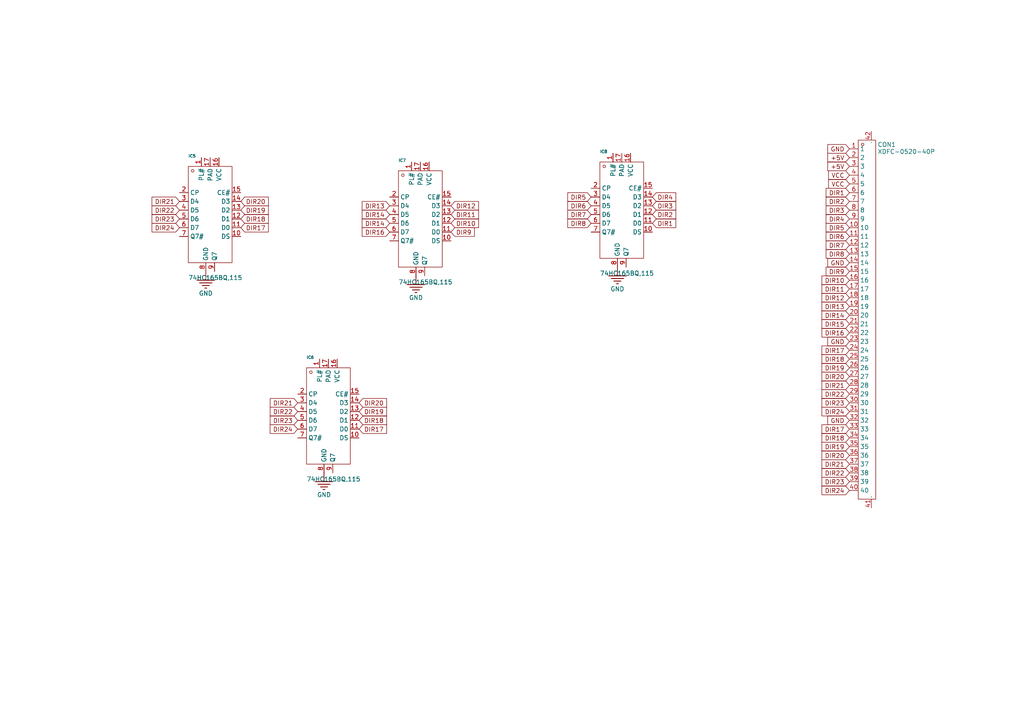
<source format=kicad_sch>
(kicad_sch (version 20231120) (generator "eeschema") (generator_version "8.0")
  (paper "A4")
  (lib_symbols
    (symbol "Robot druh-easyedapro:74HC165BQ,115"
      (property "Reference" "U" (at 0 0 0))
      (symbol "74HC165BQ,115_1_0"
        (rectangle (start -6.35 -13.97) (end 6.35 13.97))
        (circle (center -5.08 12.7) (radius 0.381))
        (pin input line (at -2.54 16.51 270) (length 2.54) (name "PL#") (number "1"))
        (pin input line (at 8.89 -6.35 180) (length 2.54) (name "DS") (number "10"))
        (pin input line (at 8.89 -3.81 180) (length 2.54) (name "D0") (number "11"))
        (pin input line (at 8.89 -1.27 180) (length 2.54) (name "D1") (number "12"))
        (pin input line (at 8.89 1.27 180) (length 2.54) (name "D2") (number "13"))
        (pin input line (at 8.89 3.81 180) (length 2.54) (name "D3") (number "14"))
        (pin input line (at 8.89 6.35 180) (length 2.54) (name "CE#") (number "15"))
        (pin input line (at 2.54 16.51 270) (length 2.54) (name "VCC") (number "16"))
        (pin input line (at 0 16.51 270) (length 2.54) (name "PAD") (number "17"))
        (pin input line (at -8.89 6.35 0) (length 2.54) (name "CP") (number "2"))
        (pin input line (at -8.89 3.81 0) (length 2.54) (name "D4") (number "3"))
        (pin input line (at -8.89 1.27 0) (length 2.54) (name "D5") (number "4"))
        (pin input line (at -8.89 -1.27 0) (length 2.54) (name "D6") (number "5"))
        (pin input line (at -8.89 -3.81 0) (length 2.54) (name "D7") (number "6"))
        (pin input line (at -8.89 -6.35 0) (length 2.54) (name "Q7#") (number "7"))
        (pin input line (at -1.27 -16.51 90) (length 2.54) (name "GND") (number "8"))
        (pin input line (at 1.27 -16.51 90) (length 2.54) (name "Q7") (number "9"))
      )
    )
    (symbol "Robot druh-easyedapro:Ground-GND" (power) (pin_numbers hide) (pin_names hide)
      (property "Value" "GND" (at 0 -6.35 0))
      (symbol "Ground-GND_1_0"
        (polyline (pts (xy -2.54 -2.54) (xy 2.54 -2.54)) (stroke (width 0.254)))
        (polyline (pts (xy -1.778 -3.302) (xy 1.778 -3.302)) (stroke (width 0.254)))
        (polyline (pts (xy -1.016 -4.064) (xy 1.016 -4.064)) (stroke (width 0.254)))
        (polyline (pts (xy -0.254 -4.826) (xy 0.254 -4.826)) (stroke (width 0.254)))
        (pin power_in line (at 0 0 270) (length 2.54) (name "") (number "1"))
      )
    )
    (symbol "Robot druh-easyedapro:XDFC-0520-40P"
      (property "Reference" "U" (at 0 0 0))
      (symbol "XDFC-0520-40P_1_0"
        (rectangle (start -2.54 -52.07) (end 2.54 52.07))
        (circle (center -1.27 50.8) (radius 0.381))
        (pin unspecified line (at -5.08 49.53 0) (length 2.54) (name "1") (number "1"))
        (pin unspecified line (at -5.08 26.67 0) (length 2.54) (name "10") (number "10"))
        (pin unspecified line (at -5.08 24.13 0) (length 2.54) (name "11") (number "11"))
        (pin unspecified line (at -5.08 21.59 0) (length 2.54) (name "12") (number "12"))
        (pin unspecified line (at -5.08 19.05 0) (length 2.54) (name "13") (number "13"))
        (pin unspecified line (at -5.08 16.51 0) (length 2.54) (name "14") (number "14"))
        (pin unspecified line (at -5.08 13.97 0) (length 2.54) (name "15") (number "15"))
        (pin unspecified line (at -5.08 11.43 0) (length 2.54) (name "16") (number "16"))
        (pin unspecified line (at -5.08 8.89 0) (length 2.54) (name "17") (number "17"))
        (pin unspecified line (at -5.08 6.35 0) (length 2.54) (name "18") (number "18"))
        (pin unspecified line (at -5.08 3.81 0) (length 2.54) (name "19") (number "19"))
        (pin unspecified line (at -5.08 46.99 0) (length 2.54) (name "2") (number "2"))
        (pin unspecified line (at -5.08 1.27 0) (length 2.54) (name "20") (number "20"))
        (pin unspecified line (at -5.08 -1.27 0) (length 2.54) (name "21") (number "21"))
        (pin unspecified line (at -5.08 -3.81 0) (length 2.54) (name "22") (number "22"))
        (pin unspecified line (at -5.08 -6.35 0) (length 2.54) (name "23") (number "23"))
        (pin unspecified line (at -5.08 -8.89 0) (length 2.54) (name "24") (number "24"))
        (pin unspecified line (at -5.08 -11.43 0) (length 2.54) (name "25") (number "25"))
        (pin unspecified line (at -5.08 -13.97 0) (length 2.54) (name "26") (number "26"))
        (pin unspecified line (at -5.08 -16.51 0) (length 2.54) (name "27") (number "27"))
        (pin unspecified line (at -5.08 -19.05 0) (length 2.54) (name "28") (number "28"))
        (pin unspecified line (at -5.08 -21.59 0) (length 2.54) (name "29") (number "29"))
        (pin unspecified line (at -5.08 44.45 0) (length 2.54) (name "3") (number "3"))
        (pin unspecified line (at -5.08 -24.13 0) (length 2.54) (name "30") (number "30"))
        (pin unspecified line (at -5.08 -26.67 0) (length 2.54) (name "31") (number "31"))
        (pin unspecified line (at -5.08 -29.21 0) (length 2.54) (name "32") (number "32"))
        (pin unspecified line (at -5.08 -31.75 0) (length 2.54) (name "33") (number "33"))
        (pin unspecified line (at -5.08 -34.29 0) (length 2.54) (name "34") (number "34"))
        (pin unspecified line (at -5.08 -36.83 0) (length 2.54) (name "35") (number "35"))
        (pin unspecified line (at -5.08 -39.37 0) (length 2.54) (name "36") (number "36"))
        (pin unspecified line (at -5.08 -41.91 0) (length 2.54) (name "37") (number "37"))
        (pin unspecified line (at -5.08 -44.45 0) (length 2.54) (name "38") (number "38"))
        (pin unspecified line (at -5.08 -46.99 0) (length 2.54) (name "39") (number "39"))
        (pin unspecified line (at -5.08 41.91 0) (length 2.54) (name "4") (number "4"))
        (pin unspecified line (at -5.08 -49.53 0) (length 2.54) (name "40") (number "40"))
        (pin unspecified line (at 1.27 -54.61 90) (length 2.54) (name "41") (number "41"))
        (pin unspecified line (at 1.27 54.61 270) (length 2.54) (name "42") (number "42"))
        (pin unspecified line (at -5.08 39.37 0) (length 2.54) (name "5") (number "5"))
        (pin unspecified line (at -5.08 36.83 0) (length 2.54) (name "6") (number "6"))
        (pin unspecified line (at -5.08 34.29 0) (length 2.54) (name "7") (number "7"))
        (pin unspecified line (at -5.08 31.75 0) (length 2.54) (name "8") (number "8"))
        (pin unspecified line (at -5.08 29.21 0) (length 2.54) (name "9") (number "9"))
      )
    )
  )
  (global_label "DIR22" (shape input) (at 52.07 60.96 180) (property "Intersheetrefs" "${INTERSHEET_REFS}" (effects (hide yes))))
  (global_label "DIR20" (shape input) (at 246.38 132.08 180) (property "Intersheetrefs" "${INTERSHEET_REFS}" (effects (hide yes))))
  (global_label "DIR5" (shape input) (at 171.45 57.15 180) (property "Intersheetrefs" "${INTERSHEET_REFS}" (effects (hide yes))))
  (global_label "VCC" (shape input) (at 246.38 50.8 180) (property "Intersheetrefs" "${INTERSHEET_REFS}" (effects (hide yes))))
  (global_label "DIR2" (shape input) (at 189.23 62.23 0) (property "Intersheetrefs" "${INTERSHEET_REFS}" (effects (hide yes))))
  (global_label "DIR18" (shape input) (at 246.38 127 180) (property "Intersheetrefs" "${INTERSHEET_REFS}" (effects (hide yes))))
  (global_label "VCC" (shape input) (at 246.38 53.34 180) (property "Intersheetrefs" "${INTERSHEET_REFS}" (effects (hide yes))))
  (global_label "DIR23" (shape input) (at 246.38 139.7 180) (property "Intersheetrefs" "${INTERSHEET_REFS}" (effects (hide yes))))
  (global_label "DIR5" (shape input) (at 246.38 66.04 180) (property "Intersheetrefs" "${INTERSHEET_REFS}" (effects (hide yes))))
  (global_label "GND" (shape input) (at 246.38 76.2 180) (property "Intersheetrefs" "${INTERSHEET_REFS}" (effects (hide yes))))
  (global_label "DIR10" (shape input) (at 130.81 64.77 0) (property "Intersheetrefs" "${INTERSHEET_REFS}" (effects (hide yes))))
  (global_label "DIR21" (shape input) (at 246.38 134.62 180) (property "Intersheetrefs" "${INTERSHEET_REFS}" (effects (hide yes))))
  (global_label "DIR24" (shape input) (at 246.38 119.38 180) (property "Intersheetrefs" "${INTERSHEET_REFS}" (effects (hide yes))))
  (global_label "DIR4" (shape input) (at 189.23 57.15 0) (property "Intersheetrefs" "${INTERSHEET_REFS}" (effects (hide yes))))
  (global_label "DIR8" (shape input) (at 246.38 73.66 180) (property "Intersheetrefs" "${INTERSHEET_REFS}" (effects (hide yes))))
  (global_label "DIR13" (shape input) (at 113.03 59.69 180) (property "Intersheetrefs" "${INTERSHEET_REFS}" (effects (hide yes))))
  (global_label "DIR6" (shape input) (at 171.45 59.69 180) (property "Intersheetrefs" "${INTERSHEET_REFS}" (effects (hide yes))))
  (global_label "DIR22" (shape input) (at 246.38 114.3 180) (property "Intersheetrefs" "${INTERSHEET_REFS}" (effects (hide yes))))
  (global_label "DIR3" (shape input) (at 189.23 59.69 0) (property "Intersheetrefs" "${INTERSHEET_REFS}" (effects (hide yes))))
  (global_label "DIR20" (shape input) (at 246.38 109.22 180) (property "Intersheetrefs" "${INTERSHEET_REFS}" (effects (hide yes))))
  (global_label "DIR2" (shape input) (at 246.38 58.42 180) (property "Intersheetrefs" "${INTERSHEET_REFS}" (effects (hide yes))))
  (global_label "DIR20" (shape input) (at 69.85 58.42 0) (property "Intersheetrefs" "${INTERSHEET_REFS}" (effects (hide yes))))
  (global_label "DIR3" (shape input) (at 246.38 60.96 180) (property "Intersheetrefs" "${INTERSHEET_REFS}" (effects (hide yes))))
  (global_label "DIR12" (shape input) (at 130.81 59.69 0) (property "Intersheetrefs" "${INTERSHEET_REFS}" (effects (hide yes))))
  (global_label "DIR13" (shape input) (at 246.38 88.9 180) (property "Intersheetrefs" "${INTERSHEET_REFS}" (effects (hide yes))))
  (global_label "DIR14" (shape input) (at 113.03 64.77 180) (property "Intersheetrefs" "${INTERSHEET_REFS}" (effects (hide yes))))
  (global_label "DIR18" (shape input) (at 246.38 104.14 180) (property "Intersheetrefs" "${INTERSHEET_REFS}" (effects (hide yes))))
  (global_label "DIR17" (shape input) (at 104.14 124.46 0) (property "Intersheetrefs" "${INTERSHEET_REFS}" (effects (hide yes))))
  (global_label "DIR21" (shape input) (at 246.38 111.76 180) (property "Intersheetrefs" "${INTERSHEET_REFS}" (effects (hide yes))))
  (global_label "DIR17" (shape input) (at 246.38 101.6 180) (property "Intersheetrefs" "${INTERSHEET_REFS}" (effects (hide yes))))
  (global_label "DIR18" (shape input) (at 104.14 121.92 0) (property "Intersheetrefs" "${INTERSHEET_REFS}" (effects (hide yes))))
  (global_label "DIR11" (shape input) (at 246.38 83.82 180) (property "Intersheetrefs" "${INTERSHEET_REFS}" (effects (hide yes))))
  (global_label "GND" (shape input) (at 246.38 43.18 180) (property "Intersheetrefs" "${INTERSHEET_REFS}" (effects (hide yes))))
  (global_label "DIR16" (shape input) (at 113.03 67.31 180) (property "Intersheetrefs" "${INTERSHEET_REFS}" (effects (hide yes))))
  (global_label "DIR4" (shape input) (at 246.38 63.5 180) (property "Intersheetrefs" "${INTERSHEET_REFS}" (effects (hide yes))))
  (global_label "DIR17" (shape input) (at 246.38 124.46 180) (property "Intersheetrefs" "${INTERSHEET_REFS}" (effects (hide yes))))
  (global_label "DIR18" (shape input) (at 69.85 63.5 0) (property "Intersheetrefs" "${INTERSHEET_REFS}" (effects (hide yes))))
  (global_label "DIR1" (shape input) (at 189.23 64.77 0) (property "Intersheetrefs" "${INTERSHEET_REFS}" (effects (hide yes))))
  (global_label "DIR14" (shape input) (at 113.03 62.23 180) (property "Intersheetrefs" "${INTERSHEET_REFS}" (effects (hide yes))))
  (global_label "DIR21" (shape input) (at 52.07 58.42 180) (property "Intersheetrefs" "${INTERSHEET_REFS}" (effects (hide yes))))
  (global_label "DIR20" (shape input) (at 104.14 116.84 0) (property "Intersheetrefs" "${INTERSHEET_REFS}" (effects (hide yes))))
  (global_label "DIR23" (shape input) (at 246.38 116.84 180) (property "Intersheetrefs" "${INTERSHEET_REFS}" (effects (hide yes))))
  (global_label "DIR24" (shape input) (at 86.3346 124.46 180) (property "Intersheetrefs" "${INTERSHEET_REFS}" (effects (hide yes))))
  (global_label "DIR19" (shape input) (at 69.85 60.96 0) (property "Intersheetrefs" "${INTERSHEET_REFS}" (effects (hide yes))))
  (global_label "GND" (shape input) (at 246.38 121.92 180) (property "Intersheetrefs" "${INTERSHEET_REFS}" (effects (hide yes))))
  (global_label "DIR24" (shape input) (at 246.38 142.24 180) (property "Intersheetrefs" "${INTERSHEET_REFS}" (effects (hide yes))))
  (global_label "DIR1" (shape input) (at 246.38 55.88 180) (property "Intersheetrefs" "${INTERSHEET_REFS}" (effects (hide yes))))
  (global_label "DIR16" (shape input) (at 246.38 96.52 180) (property "Intersheetrefs" "${INTERSHEET_REFS}" (effects (hide yes))))
  (global_label "+5V" (shape input) (at 246.38 48.26 180) (property "Intersheetrefs" "${INTERSHEET_REFS}" (effects (hide yes))))
  (global_label "DIR21" (shape input) (at 86.36 116.84 180) (property "Intersheetrefs" "${INTERSHEET_REFS}" (effects (hide yes))))
  (global_label "DIR7" (shape input) (at 171.45 62.23 180) (property "Intersheetrefs" "${INTERSHEET_REFS}" (effects (hide yes))))
  (global_label "DIR23" (shape input) (at 86.36 121.92 180) (property "Intersheetrefs" "${INTERSHEET_REFS}" (effects (hide yes))))
  (global_label "DIR10" (shape input) (at 246.38 81.28 180) (property "Intersheetrefs" "${INTERSHEET_REFS}" (effects (hide yes))))
  (global_label "DIR11" (shape input) (at 130.81 62.23 0) (property "Intersheetrefs" "${INTERSHEET_REFS}" (effects (hide yes))))
  (global_label "DIR19" (shape input) (at 246.38 106.68 180) (property "Intersheetrefs" "${INTERSHEET_REFS}" (effects (hide yes))))
  (global_label "DIR15" (shape input) (at 246.38 93.98 180) (property "Intersheetrefs" "${INTERSHEET_REFS}" (effects (hide yes))))
  (global_label "DIR8" (shape input) (at 171.45 64.77 180) (property "Intersheetrefs" "${INTERSHEET_REFS}" (effects (hide yes))))
  (global_label "DIR6" (shape input) (at 246.38 68.58 180) (property "Intersheetrefs" "${INTERSHEET_REFS}" (effects (hide yes))))
  (global_label "DIR14" (shape input) (at 246.38 91.44 180) (property "Intersheetrefs" "${INTERSHEET_REFS}" (effects (hide yes))))
  (global_label "DIR23" (shape input) (at 52.07 63.5 180) (property "Intersheetrefs" "${INTERSHEET_REFS}" (effects (hide yes))))
  (global_label "DIR19" (shape input) (at 104.14 119.38 0) (property "Intersheetrefs" "${INTERSHEET_REFS}" (effects (hide yes))))
  (global_label "DIR22" (shape input) (at 86.36 119.38 180) (property "Intersheetrefs" "${INTERSHEET_REFS}" (effects (hide yes))))
  (global_label "DIR9" (shape input) (at 246.38 78.74 180) (property "Intersheetrefs" "${INTERSHEET_REFS}" (effects (hide yes))))
  (global_label "GND" (shape input) (at 246.38 99.06 180) (property "Intersheetrefs" "${INTERSHEET_REFS}" (effects (hide yes))))
  (global_label "+5V" (shape input) (at 246.38 45.72 180) (property "Intersheetrefs" "${INTERSHEET_REFS}" (effects (hide yes))))
  (global_label "DIR22" (shape input) (at 246.38 137.16 180) (property "Intersheetrefs" "${INTERSHEET_REFS}" (effects (hide yes))))
  (global_label "DIR9" (shape input) (at 130.81 67.31 0) (property "Intersheetrefs" "${INTERSHEET_REFS}" (effects (hide yes))))
  (global_label "DIR12" (shape input) (at 246.38 86.36 180) (property "Intersheetrefs" "${INTERSHEET_REFS}" (effects (hide yes))))
  (global_label "DIR24" (shape input) (at 52.07 66.04 180) (property "Intersheetrefs" "${INTERSHEET_REFS}" (effects (hide yes))))
  (global_label "DIR19" (shape input) (at 246.38 129.54 180) (property "Intersheetrefs" "${INTERSHEET_REFS}" (effects (hide yes))))
  (global_label "DIR7" (shape input) (at 246.38 71.12 180) (property "Intersheetrefs" "${INTERSHEET_REFS}" (effects (hide yes))))
  (global_label "DIR17" (shape input) (at 69.85 66.04 0) (property "Intersheetrefs" "${INTERSHEET_REFS}" (effects (hide yes))))
  (symbol (lib_id "Robot druh-easyedapro:74HC165BQ,115") (at 121.92 63.5 0) (unit 1)
    (property "Reference" "IC7" (at 115.57 46.99 0) (effects (font (size 0.8382 0.8382)) (justify left bottom)))
    (property "Value" "74HC165BQ,115" (at 115.57 82.55 0) (effects (justify left bottom)))
    (property "Footprint" "easyEDA_footprints:DHVQFN-16_L3.5-W2.5-P0.50-BL-EP" (effects (hide yes)))
    (property "Datasheet" "https://atta.szlcsc.com/upload/public/pdf/source/20191114/C456131_4958C2CF9552F2ACF56B5EE2B7A2605A.pdf" (effects (hide yes)))
    (property "Description" "Function: Output Type: Series:" (effects (hide yes)))
    (property "Manufacturer Part" "74HC165BQ,115" (effects (hide yes)))
    (property "Manufacturer" "Nexperia(安世)" (effects (hide yes)))
    (property "Supplier Part" "C426699" (effects (hide yes)))
    (property "Supplier" "LCSC" (effects (hide yes)))
    (property "LCSC Part Name" "74HC165BQ,115" (effects (hide yes)))
  )
  (symbol (lib_id "Robot druh-easyedapro:74HC165BQ,115") (at 60.96 62.23 0) (unit 1)
    (property "Reference" "IC5" (at 54.61 45.72 0) (effects (font (size 0.8382 0.8382)) (justify left bottom)))
    (property "Value" "74HC165BQ,115" (at 54.61 81.28 0) (effects (justify left bottom)))
    (property "Footprint" "easyEDA_footprints:DHVQFN-16_L3.5-W2.5-P0.50-BL-EP" (effects (hide yes)))
    (property "Datasheet" "https://atta.szlcsc.com/upload/public/pdf/source/20191114/C456131_4958C2CF9552F2ACF56B5EE2B7A2605A.pdf" (effects (hide yes)))
    (property "Description" "Function: Output Type: Series:" (effects (hide yes)))
    (property "Manufacturer Part" "74HC165BQ,115" (effects (hide yes)))
    (property "Manufacturer" "Nexperia(安世)" (effects (hide yes)))
    (property "Supplier Part" "C426699" (effects (hide yes)))
    (property "Supplier" "LCSC" (effects (hide yes)))
    (property "LCSC Part Name" "74HC165BQ,115" (effects (hide yes)))
  )
  (symbol (lib_id "Robot druh-easyedapro:74HC165BQ,115") (at 180.34 60.96 0) (unit 1)
    (property "Reference" "IC8" (at 173.99 44.45 0) (effects (font (size 0.8382 0.8382)) (justify left bottom)))
    (property "Value" "74HC165BQ,115" (at 173.99 80.01 0) (effects (justify left bottom)))
    (property "Footprint" "easyEDA_footprints:DHVQFN-16_L3.5-W2.5-P0.50-BL-EP" (effects (hide yes)))
    (property "Datasheet" "https://atta.szlcsc.com/upload/public/pdf/source/20191114/C456131_4958C2CF9552F2ACF56B5EE2B7A2605A.pdf" (effects (hide yes)))
    (property "Description" "Function: Output Type: Series:" (effects (hide yes)))
    (property "Manufacturer Part" "74HC165BQ,115" (effects (hide yes)))
    (property "Manufacturer" "Nexperia(安世)" (effects (hide yes)))
    (property "Supplier Part" "C426699" (effects (hide yes)))
    (property "Supplier" "LCSC" (effects (hide yes)))
    (property "LCSC Part Name" "74HC165BQ,115" (effects (hide yes)))
  )
  (symbol (lib_id "Robot druh-easyedapro:Ground-GND") (at 93.98 137.16 0) (unit 1)
    (property "Reference" "#PWR046" (effects (hide yes)))
    (property "Value" "GND" (at 93.98 143.51 0))
    (property "Footprint" "Robot druh-easyedapro:" (effects (hide yes)))
  )
  (symbol (lib_id "Robot druh-easyedapro:Ground-GND") (at 59.69 78.74 0) (unit 1)
    (property "Reference" "#PWR045" (effects (hide yes)))
    (property "Value" "GND" (at 59.69 85.09 0))
    (property "Footprint" "Robot druh-easyedapro:" (effects (hide yes)))
  )
  (symbol (lib_id "Robot druh-easyedapro:XDFC-0520-40P") (at 251.46 92.71 0) (unit 1)
    (property "Reference" "CON1" (at 254.508 42.672 0) (effects (justify left bottom)))
    (property "Value" "XDFC-0520-40P" (at 254.508 44.704 0) (effects (justify left bottom)))
    (property "Footprint" "easyEDA_footprints:FPC-SMD_40P-P0.50_XDFC-0520-40P" (effects (hide yes)))
    (property "Datasheet" "https://atta.szlcsc.com/upload/public/pdf/source/20230918/BC9D90A2478B1F11DE066C6B09D8BA06.pdf" (effects (hide yes)))
    (property "Description" "Locking Feature:Clamshell Contact Type:Bottom Contact Number of Contacts:40P Pitch:0.5mm Mounting Type:卧贴 FFC, FCB Thickness:0.3mm FFC, FCB Thickness:0.3mm Height Above Board:2mm Contact Material:铜端 Contact Plating:Gold Operating Temperature Range:-40°C~+8" (effects (hide yes)))
    (property "Manufacturer Part" "XDFC-0520-40P" (effects (hide yes)))
    (property "Manufacturer" "LX(连欣科技)" (effects (hide yes)))
    (property "Supplier Part" "C7527551" (effects (hide yes)))
    (property "Supplier" "LCSC" (effects (hide yes)))
    (property "LCSC Part Name" "FFC/FPC连接器 PH0.5-40PIN H2.0MM 翻盖式 下接/前翻" (effects (hide yes)))
  )
  (symbol (lib_id "Robot druh-easyedapro:74HC165BQ,115") (at 95.25 120.65 0) (unit 1)
    (property "Reference" "IC6" (at 88.9 104.14 0) (effects (font (size 0.8382 0.8382)) (justify left bottom)))
    (property "Value" "74HC165BQ,115" (at 88.9 139.7 0) (effects (justify left bottom)))
    (property "Footprint" "easyEDA_footprints:DHVQFN-16_L3.5-W2.5-P0.50-BL-EP" (effects (hide yes)))
    (property "Datasheet" "https://atta.szlcsc.com/upload/public/pdf/source/20191114/C456131_4958C2CF9552F2ACF56B5EE2B7A2605A.pdf" (effects (hide yes)))
    (property "Description" "Function: Output Type: Series:" (effects (hide yes)))
    (property "Manufacturer Part" "74HC165BQ,115" (effects (hide yes)))
    (property "Manufacturer" "Nexperia(安世)" (effects (hide yes)))
    (property "Supplier Part" "C426699" (effects (hide yes)))
    (property "Supplier" "LCSC" (effects (hide yes)))
    (property "LCSC Part Name" "74HC165BQ,115" (effects (hide yes)))
  )
  (symbol (lib_id "Robot druh-easyedapro:Ground-GND") (at 179.07 77.47 0) (unit 1)
    (property "Reference" "#PWR048" (effects (hide yes)))
    (property "Value" "GND" (at 179.07 83.82 0))
    (property "Footprint" "Robot druh-easyedapro:" (effects (hide yes)))
  )
  (symbol (lib_id "Robot druh-easyedapro:Ground-GND") (at 120.65 80.01 0) (unit 1)
    (property "Reference" "#PWR047" (effects (hide yes)))
    (property "Value" "GND" (at 120.65 86.36 0))
    (property "Footprint" "Robot druh-easyedapro:" (effects (hide yes)))
  )
)
</source>
